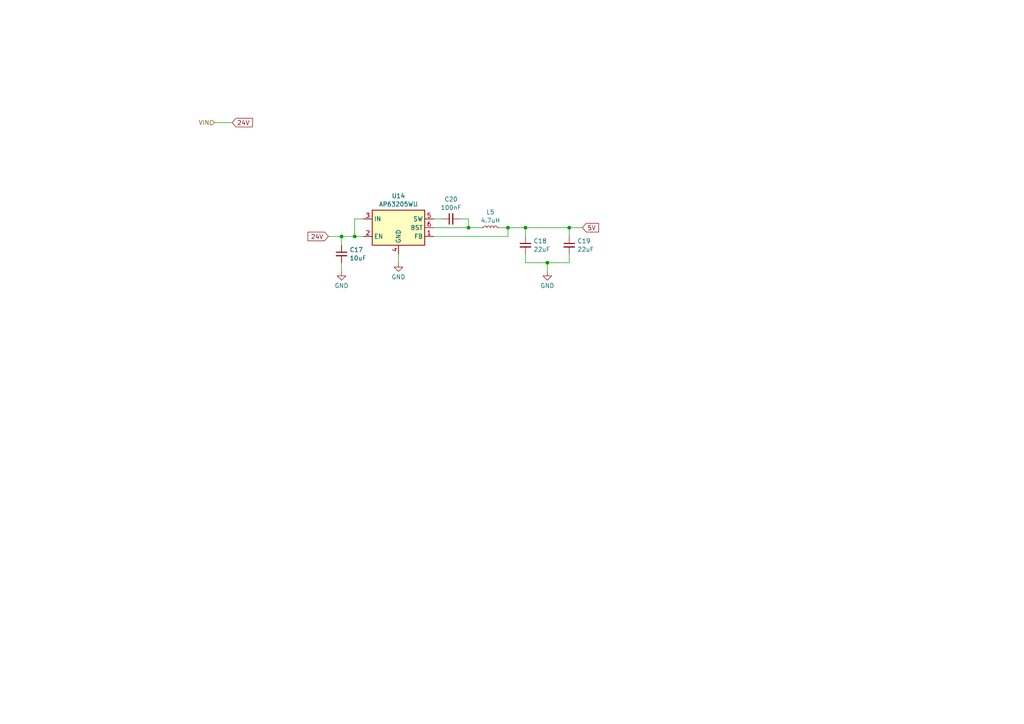
<source format=kicad_sch>
(kicad_sch (version 20230121) (generator eeschema)
  (paper "A4")
  (lib_symbols
    (symbol "Device:C_Small" (pin_numbers hide) (pin_names (offset 0.254) hide)
      (property "Reference" "C" (at 0.254 1.778 0))
      (property "Value" "C_Small" (at 0.254 -2.032 0))
      (symbol "C_Small_0_1"
        (polyline (pts (xy -1.524 -0.508) (xy 1.524 -0.508)) (stroke (width 0.3302)))
        (polyline (pts (xy -1.524 0.508) (xy 1.524 0.508)) (stroke (width 0.3048)))
      )
      (symbol "C_Small_1_1"
        (pin passive line (at 0 2.54 270) (length 2.032) (name "~") (number "1"))
        (pin passive line (at 0 -2.54 90) (length 2.032) (name "~") (number "2"))
      )
    )
    (symbol "Device:L_Small" (pin_numbers hide) (pin_names (offset 0.254) hide)
      (property "Reference" "L" (at 0.762 1.016 0))
      (property "Value" "L_Small" (at 0.762 -1.016 0))
      (symbol "L_Small_0_1"
        (arc (start 0 -2.032) (mid 0.5058 -1.524) (end 0 -1.016))
        (arc (start 0 -1.016) (mid 0.5058 -0.508) (end 0 0))
        (arc (start 0 0) (mid 0.5058 0.508) (end 0 1.016))
        (arc (start 0 1.016) (mid 0.5058 1.524) (end 0 2.032))
      )
      (symbol "L_Small_1_1"
        (pin passive line (at 0 2.54 270) (length 0.508) (name "~") (number "1"))
        (pin passive line (at 0 -2.54 90) (length 0.508) (name "~") (number "2"))
      )
    )
    (symbol "Regulator_Switching:AP63205WU"
      (property "Reference" "U" (at -7.62 6.35 0))
      (property "Value" "AP63205WU" (at 2.54 6.35 0))
      (symbol "AP63205WU_0_1"
        (rectangle (start -7.62 5.08) (end 7.62 -5.08) (stroke (width 0.254)) (fill (type background)))
      )
      (symbol "AP63205WU_1_1"
        (pin input line (at 10.16 -2.54 180) (length 2.54) (name "FB") (number "1"))
        (pin input line (at -10.16 -2.54 0) (length 2.54) (name "EN") (number "2"))
        (pin power_in line (at -10.16 2.54 0) (length 2.54) (name "IN") (number "3"))
        (pin power_in line (at 0 -7.62 90) (length 2.54) (name "GND") (number "4"))
        (pin output line (at 10.16 2.54 180) (length 2.54) (name "SW") (number "5"))
        (pin passive line (at 10.16 0 180) (length 2.54) (name "BST") (number "6"))
      )
    )
    (symbol "power:GND" (power) (pin_names (offset 0))
      (property "Value" "GND" (at 0 -3.81 0))
      (symbol "GND_0_1"
        (polyline (pts (xy 0 0) (xy 0 -1.27) (xy 1.27 -1.27) (xy 0 -2.54) (xy -1.27 -1.27) (xy 0 -1.27)))
      )
      (symbol "GND_1_1"
        (pin power_in line (at 0 0 270) (length 0) hide (name "GND") (number "1"))
      )
    )
  )
  (junction (at 152.4 66.04))
  (junction (at 165.1 66.04))
  (junction (at 102.87 68.58))
  (junction (at 99.06 68.58))
  (junction (at 158.75 76.2))
  (junction (at 147.32 66.04))
  (junction (at 135.89 66.04))
  (wire (pts (xy 152.4 76.2) (xy 158.75 76.2)))
  (wire (pts (xy 99.06 68.58) (xy 102.87 68.58)))
  (wire (pts (xy 125.73 68.58) (xy 147.32 68.58)))
  (wire (pts (xy 102.87 63.5) (xy 105.41 63.5)))
  (wire (pts (xy 125.73 66.04) (xy 135.89 66.04)))
  (wire (pts (xy 165.1 66.04) (xy 168.91 66.04)))
  (wire (pts (xy 105.41 68.58) (xy 102.87 68.58)))
  (wire (pts (xy 125.73 63.5) (xy 128.27 63.5)))
  (wire (pts (xy 147.32 68.58) (xy 147.32 66.04)))
  (wire (pts (xy 135.89 63.5) (xy 135.89 66.04)))
  (wire (pts (xy 115.57 73.66) (xy 115.57 76.2)))
  (wire (pts (xy 62.23 35.56) (xy 67.31 35.56)))
  (wire (pts (xy 95.25 68.58) (xy 99.06 68.58)))
  (wire (pts (xy 133.35 63.5) (xy 135.89 63.5)))
  (wire (pts (xy 158.75 76.2) (xy 158.75 78.74)))
  (wire (pts (xy 158.75 76.2) (xy 165.1 76.2)))
  (wire (pts (xy 102.87 68.58) (xy 102.87 63.5)))
  (wire (pts (xy 135.89 66.04) (xy 139.7 66.04)))
  (wire (pts (xy 147.32 66.04) (xy 152.4 66.04)))
  (wire (pts (xy 152.4 73.66) (xy 152.4 76.2)))
  (wire (pts (xy 144.78 66.04) (xy 147.32 66.04)))
  (wire (pts (xy 152.4 66.04) (xy 152.4 68.58)))
  (wire (pts (xy 165.1 76.2) (xy 165.1 73.66)))
  (wire (pts (xy 99.06 76.2) (xy 99.06 78.74)))
  (wire (pts (xy 99.06 71.12) (xy 99.06 68.58)))
  (wire (pts (xy 165.1 68.58) (xy 165.1 66.04)))
  (wire (pts (xy 152.4 66.04) (xy 165.1 66.04)))
  (global_label "24V" (shape input) (at 67.31 35.56 0) (property "Intersheetrefs" "${INTERSHEET_REFS}" (effects hide)))
  (global_label "24V" (shape input) (at 95.25 68.58 180) (property "Intersheetrefs" "${INTERSHEET_REFS}" (effects hide)))
  (global_label "5V" (shape input) (at 168.91 66.04 0) (property "Intersheetrefs" "${INTERSHEET_REFS}" (effects hide)))
  (hierarchical_label "VIN" (shape input) (at 62.23 35.56 180))
  (symbol (lib_id "Device:C_Small") (at 99.06 73.66 0) (unit 1)
    (property "Reference" "C17" (at 101.3841 72.4542 0) (effects (justify left)))
    (property "Value" "10uF" (at 101.3841 74.8784 0) (effects (justify left)))
    (property "Footprint" "Capacitor_SMD:C_0402_1005Metric_Pad0.74x0.62mm_HandSolder" (effects hide))
    (property "DigiKey P/N" "490-GRM155R60J106ME05DCT-ND" (effects hide))
  )
  (symbol (lib_id "power:GND") (at 158.75 78.74 0) (unit 1)
    (property "Reference" "#PWR038" (effects hide))
    (property "Value" "GND" (at 158.75 82.8731 0))
    (instances (project "io_board" (path "" (reference "#PWR038") (unit 1)) (path "" (reference "#PWR044") (unit 1))))
  )
  (symbol (lib_id "Device:C_Small") (at 165.1 71.12 0) (unit 1)
    (property "Reference" "C19" (at 167.4241 69.9142 0) (effects (justify left)))
    (property "Value" "22uF" (at 167.4241 72.3384 0) (effects (justify left)))
    (property "Footprint" "Capacitor_SMD:C_0805_2012Metric_Pad1.18x1.45mm_HandSolder" (effects hide))
    (property "DigiKey P/N" "1276-1100-1-ND" (effects hide))
  )
  (symbol (lib_id "Device:L_Small") (at 142.24 66.04 90) (unit 1)
    (property "Reference" "L5" (at 142.24 61.5169 90))
    (property "Value" "4.7uH" (at 142.24 63.9411 90))
    (property "Footprint" "Inductor_SMD:L_Taiyo-Yuden_NR-40xx_HandSoldering" (effects hide))
    (property "DigiKey P/N" "4816-HPC4018NF-4R7MCT-ND" (effects hide))
  )
  (symbol (lib_id "power:GND") (at 115.57 76.2 0) (unit 1)
    (property "Reference" "#PWR038" (effects hide))
    (property "Value" "GND" (at 115.57 80.3331 0))
    (instances (project "io_board" (path "" (reference "#PWR038") (unit 1)) (path "" (reference "#PWR042") (unit 1))))
  )
  (symbol (lib_id "Regulator_Switching:AP63205WU") (at 115.57 66.04 0) (unit 1)
    (property "Reference" "U14" (at 115.57 56.8157 0))
    (property "Value" "AP63205WU" (at 115.57 59.2399 0))
    (property "Footprint" "Package_TO_SOT_SMD:TSOT-23-6" (effects hide))
    (property "Datasheet" "https://www.diodes.com/assets/Datasheets/AP63200-AP63201-AP63203-AP63205.pdf" (effects hide))
    (property "DigiKey P/N" "AP63205WU-7DICT-ND" (effects hide))
  )
  (symbol (lib_id "Device:C_Small") (at 130.81 63.5 90) (unit 1)
    (property "Reference" "C20" (at 130.8163 57.7936 90))
    (property "Value" "100nF" (at 130.8163 60.2178 90))
    (property "Footprint" "Capacitor_SMD:C_0402_1005Metric_Pad0.74x0.62mm_HandSolder" (effects hide))
    (property "DigiKey P/N" "720-VJ0603D0R1BXPAJCT-ND" (effects hide))
  )
  (symbol (lib_id "Device:C_Small") (at 152.4 71.12 0) (unit 1)
    (property "Reference" "C18" (at 154.7241 69.9142 0) (effects (justify left)))
    (property "Value" "22uF" (at 154.7241 72.3384 0) (effects (justify left)))
    (property "Footprint" "Capacitor_SMD:C_0805_2012Metric_Pad1.18x1.45mm_HandSolder" (effects hide))
    (property "DigiKey P/N" "1276-1100-1-ND" (effects hide))
  )
  (symbol (lib_id "power:GND") (at 99.06 78.74 0) (unit 1)
    (property "Reference" "#PWR038" (effects hide))
    (property "Value" "GND" (at 99.06 82.8731 0))
    (instances (project "io_board" (path "" (reference "#PWR038") (unit 1)) (path "" (reference "#PWR043") (unit 1))))
  )
)
</source>
